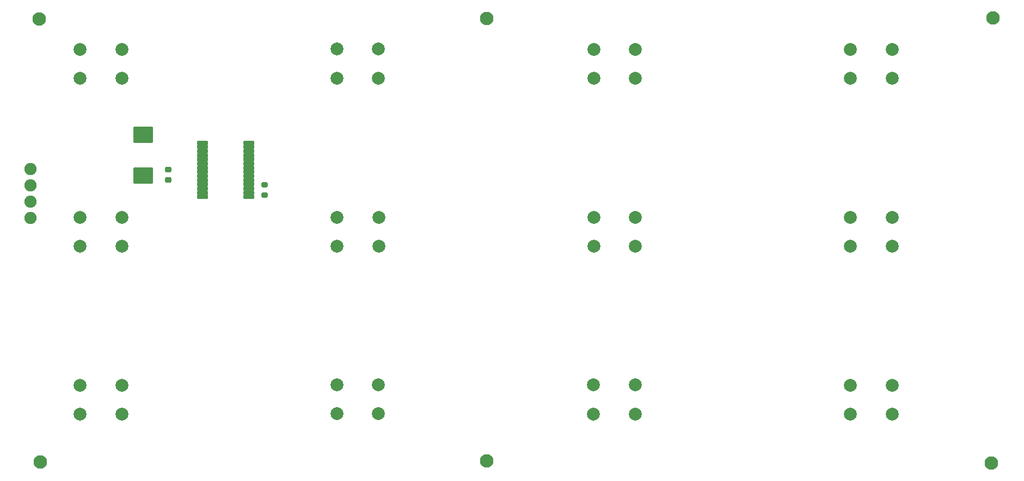
<source format=gts>
%TF.GenerationSoftware,KiCad,Pcbnew,9.0.4-9.0.4-0~ubuntu24.04.1*%
%TF.CreationDate,2025-09-24T17:36:06+03:00*%
%TF.ProjectId,Nurse remote control,4e757273-6520-4726-956d-6f746520636f,rev?*%
%TF.SameCoordinates,Original*%
%TF.FileFunction,Soldermask,Top*%
%TF.FilePolarity,Negative*%
%FSLAX46Y46*%
G04 Gerber Fmt 4.6, Leading zero omitted, Abs format (unit mm)*
G04 Created by KiCad (PCBNEW 9.0.4-9.0.4-0~ubuntu24.04.1) date 2025-09-24 17:36:06*
%MOMM*%
%LPD*%
G01*
G04 APERTURE LIST*
G04 Aperture macros list*
%AMRoundRect*
0 Rectangle with rounded corners*
0 $1 Rounding radius*
0 $2 $3 $4 $5 $6 $7 $8 $9 X,Y pos of 4 corners*
0 Add a 4 corners polygon primitive as box body*
4,1,4,$2,$3,$4,$5,$6,$7,$8,$9,$2,$3,0*
0 Add four circle primitives for the rounded corners*
1,1,$1+$1,$2,$3*
1,1,$1+$1,$4,$5*
1,1,$1+$1,$6,$7*
1,1,$1+$1,$8,$9*
0 Add four rect primitives between the rounded corners*
20,1,$1+$1,$2,$3,$4,$5,0*
20,1,$1+$1,$4,$5,$6,$7,0*
20,1,$1+$1,$6,$7,$8,$9,0*
20,1,$1+$1,$8,$9,$2,$3,0*%
G04 Aperture macros list end*
%ADD10C,2.000000*%
%ADD11RoundRect,0.102000X-0.750000X0.200000X-0.750000X-0.200000X0.750000X-0.200000X0.750000X0.200000X0*%
%ADD12C,2.100000*%
%ADD13C,1.905800*%
%ADD14RoundRect,0.200000X0.275000X-0.200000X0.275000X0.200000X-0.275000X0.200000X-0.275000X-0.200000X0*%
%ADD15RoundRect,0.102000X-1.400000X1.200000X-1.400000X-1.200000X1.400000X-1.200000X1.400000X1.200000X0*%
%ADD16RoundRect,0.225000X-0.250000X0.225000X-0.250000X-0.225000X0.250000X-0.225000X0.250000X0.225000X0*%
G04 APERTURE END LIST*
D10*
%TO.C,SW9*%
X86203000Y-97568000D03*
X92703000Y-97568000D03*
X86203000Y-102068000D03*
X92703000Y-102068000D03*
%TD*%
D11*
%TO.C,IC1*%
X105211000Y-59752000D03*
X105211000Y-60402000D03*
X105211000Y-61052000D03*
X105211000Y-61702000D03*
X105211000Y-62352000D03*
X105211000Y-63002000D03*
X105211000Y-63652000D03*
X105211000Y-64302000D03*
X105211000Y-64952000D03*
X105211000Y-65602000D03*
X105211000Y-66252000D03*
X105211000Y-66902000D03*
X105211000Y-67552000D03*
X105211000Y-68202000D03*
X112461000Y-68202000D03*
X112461000Y-67552000D03*
X112461000Y-66902000D03*
X112461000Y-66252000D03*
X112461000Y-65602000D03*
X112461000Y-64952000D03*
X112461000Y-64302000D03*
X112461000Y-63652000D03*
X112461000Y-63002000D03*
X112461000Y-62352000D03*
X112461000Y-61702000D03*
X112461000Y-61052000D03*
X112461000Y-60402000D03*
X112461000Y-59752000D03*
%TD*%
D10*
%TO.C,SW7*%
X166100000Y-71379000D03*
X172600000Y-71379000D03*
X166100000Y-75879000D03*
X172600000Y-75879000D03*
%TD*%
%TO.C,SW11*%
X166073000Y-97496000D03*
X172573000Y-97496000D03*
X166073000Y-101996000D03*
X172573000Y-101996000D03*
%TD*%
%TO.C,SW6*%
X126156000Y-71402000D03*
X132656000Y-71402000D03*
X126156000Y-75902000D03*
X132656000Y-75902000D03*
%TD*%
D12*
%TO.C,REF3*%
X149463000Y-40355000D03*
%TD*%
D10*
%TO.C,SW5*%
X86198000Y-71412000D03*
X92698000Y-71412000D03*
X86198000Y-75912000D03*
X92698000Y-75912000D03*
%TD*%
D12*
%TO.C,REF6*%
X227915000Y-109612000D03*
%TD*%
D10*
%TO.C,SW4*%
X206009000Y-45198000D03*
X212509000Y-45198000D03*
X206009000Y-49698000D03*
X212509000Y-49698000D03*
%TD*%
D13*
%TO.C,J1*%
X78500000Y-71500000D03*
X78500000Y-68960000D03*
X78500000Y-66420000D03*
X78500000Y-63880000D03*
%TD*%
D10*
%TO.C,SW1*%
X86198000Y-45225000D03*
X92698000Y-45225000D03*
X86198000Y-49725000D03*
X92698000Y-49725000D03*
%TD*%
D12*
%TO.C,REF1*%
X79831000Y-40473000D03*
%TD*%
D10*
%TO.C,SW10*%
X126125000Y-97484000D03*
X132625000Y-97484000D03*
X126125000Y-101984000D03*
X132625000Y-101984000D03*
%TD*%
D12*
%TO.C,REF5*%
X228194000Y-40310000D03*
%TD*%
%TO.C,REF2*%
X80000000Y-109500000D03*
%TD*%
D14*
%TO.C,R1*%
X114883000Y-67944000D03*
X114883000Y-66294000D03*
%TD*%
D10*
%TO.C,SW2*%
X126133000Y-45172000D03*
X132633000Y-45172000D03*
X126133000Y-49672000D03*
X132633000Y-49672000D03*
%TD*%
%TO.C,SW8*%
X206005000Y-71380000D03*
X212505000Y-71380000D03*
X206005000Y-75880000D03*
X212505000Y-75880000D03*
%TD*%
D15*
%TO.C,C1*%
X96000000Y-58500000D03*
X96000000Y-64900000D03*
%TD*%
D10*
%TO.C,SW12*%
X206004000Y-97514000D03*
X212504000Y-97514000D03*
X206004000Y-102014000D03*
X212504000Y-102014000D03*
%TD*%
%TO.C,SW3*%
X166087000Y-45199000D03*
X172587000Y-45199000D03*
X166087000Y-49699000D03*
X172587000Y-49699000D03*
%TD*%
D12*
%TO.C,REF4*%
X149463000Y-109329000D03*
%TD*%
D16*
%TO.C,C2*%
X99892493Y-63970839D03*
X99892493Y-65520839D03*
%TD*%
M02*

</source>
